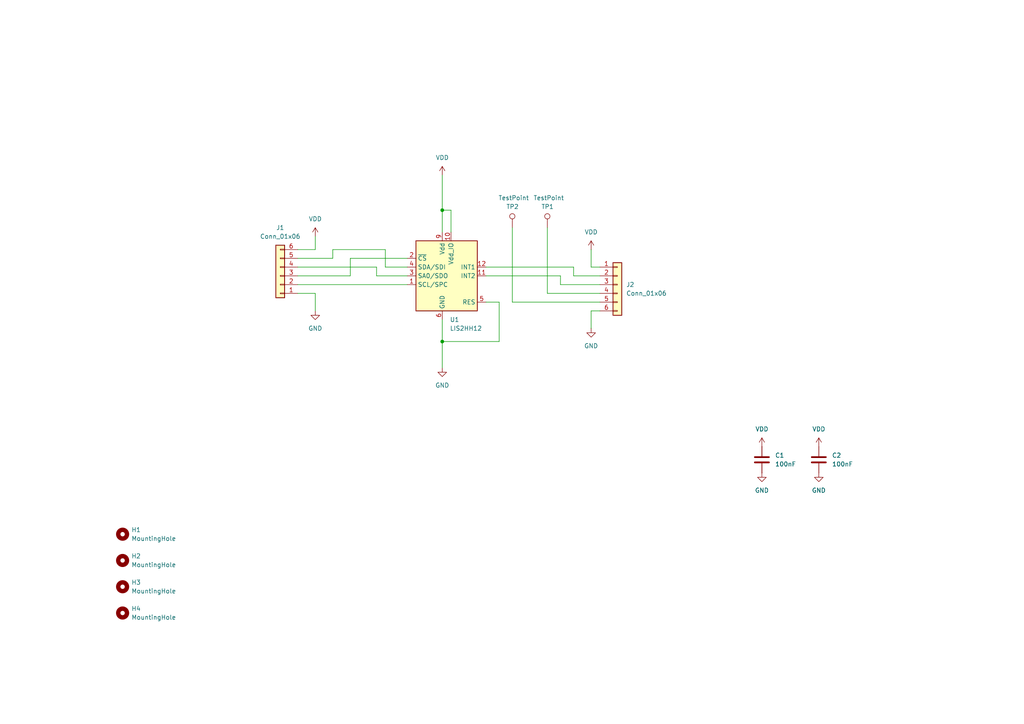
<source format=kicad_sch>
(kicad_sch (version 20231120) (generator "eeschema") (generator_version "8.0")
  (paper "A4")
  (lib_symbols
    (symbol "Connector:TestPoint" (pin_numbers hide) (pin_names (offset 0.762) hide)
      (property "Reference" "TP" (at 0 6.858 0))
      (property "Value" "TestPoint" (at 0 5.08 0))
      (symbol "TestPoint_0_1"
        (circle (center 0 3.302) (radius 0.762))
      )
      (symbol "TestPoint_1_1"
        (pin passive line (at 0 0 90) (length 2.54) (name "1") (number "1"))
      )
    )
    (symbol "Connector_Generic:Conn_01x06" (pin_names (offset 1.016) hide)
      (property "Reference" "J" (at 0 7.62 0))
      (property "Value" "Conn_01x06" (at 0 -10.16 0))
      (symbol "Conn_01x06_1_1"
        (rectangle (start -1.27 -7.493) (end 0 -7.747) (stroke (width 0.1524)))
        (rectangle (start -1.27 -4.953) (end 0 -5.207) (stroke (width 0.1524)))
        (rectangle (start -1.27 -2.413) (end 0 -2.667) (stroke (width 0.1524)))
        (rectangle (start -1.27 0.127) (end 0 -0.127) (stroke (width 0.1524)))
        (rectangle (start -1.27 2.667) (end 0 2.413) (stroke (width 0.1524)))
        (rectangle (start -1.27 5.207) (end 0 4.953) (stroke (width 0.1524)))
        (rectangle (start -1.27 6.35) (end 1.27 -8.89) (stroke (width 0.254)) (fill (type background)))
        (pin passive line (at -5.08 5.08 0) (length 3.81) (name "Pin_1") (number "1"))
        (pin passive line (at -5.08 2.54 0) (length 3.81) (name "Pin_2") (number "2"))
        (pin passive line (at -5.08 0 0) (length 3.81) (name "Pin_3") (number "3"))
        (pin passive line (at -5.08 -2.54 0) (length 3.81) (name "Pin_4") (number "4"))
        (pin passive line (at -5.08 -5.08 0) (length 3.81) (name "Pin_5") (number "5"))
        (pin passive line (at -5.08 -7.62 0) (length 3.81) (name "Pin_6") (number "6"))
      )
    )
    (symbol "Device:C" (pin_numbers hide) (pin_names (offset 0.254))
      (property "Reference" "C" (at 0.635 2.54 0))
      (property "Value" "C" (at 0.635 -2.54 0))
      (symbol "C_0_1"
        (polyline (pts (xy -2.032 -0.762) (xy 2.032 -0.762)) (stroke (width 0.508)))
        (polyline (pts (xy -2.032 0.762) (xy 2.032 0.762)) (stroke (width 0.508)))
      )
      (symbol "C_1_1"
        (pin passive line (at 0 3.81 270) (length 2.794) (name "~") (number "1"))
        (pin passive line (at 0 -3.81 90) (length 2.794) (name "~") (number "2"))
      )
    )
    (symbol "Mechanical:MountingHole" (pin_names (offset 1.016)) (exclude_from_sim yes) (in_bom no)
      (property "Reference" "H" (at 0 5.08 0))
      (property "Value" "MountingHole" (at 0 3.175 0))
      (symbol "MountingHole_0_1"
        (circle (center 0 0) (radius 1.27) (stroke (width 1.27)))
      )
    )
    (symbol "Sensor_Motion:LIS2HH12"
      (property "Reference" "U" (at -5.08 11.43 0))
      (property "Value" "LIS2HH12" (at 3.81 11.43 0))
      (symbol "LIS2HH12_0_1"
        (rectangle (start -7.62 10.16) (end 10.16 -10.16) (stroke (width 0.254)) (fill (type background)))
      )
      (symbol "LIS2HH12_1_1"
        (pin input line (at -10.16 -2.54 0) (length 2.54) (name "SCL/SPC") (number "1"))
        (pin power_in line (at 2.54 12.7 270) (length 2.54) (name "Vdd_IO") (number "10"))
        (pin output line (at 12.7 0 180) (length 2.54) (name "INT2") (number "11"))
        (pin output line (at 12.7 2.54 180) (length 2.54) (name "INT1") (number "12"))
        (pin input line (at -10.16 5.08 0) (length 2.54) (name "~{CS}") (number "2"))
        (pin bidirectional line (at -10.16 0 0) (length 2.54) (name "SA0/SDO") (number "3"))
        (pin bidirectional line (at -10.16 2.54 0) (length 2.54) (name "SDA/SDI") (number "4"))
        (pin passive line (at 12.7 -7.62 180) (length 2.54) (name "RES") (number "5"))
        (pin power_in line (at 0 -12.7 90) (length 2.54) (name "GND") (number "6"))
        (pin passive line (at 0 -12.7 90) (length 2.54) hide (name "GND") (number "7"))
        (pin passive line (at 0 -12.7 90) (length 2.54) hide (name "GND") (number "8"))
        (pin power_in line (at 0 12.7 270) (length 2.54) (name "Vdd") (number "9"))
      )
    )
    (symbol "power:GND" (power) (pin_numbers hide) (pin_names (offset 0) hide)
      (property "Value" "GND" (at 0 -3.81 0))
      (symbol "GND_0_1"
        (polyline (pts (xy 0 0) (xy 0 -1.27) (xy 1.27 -1.27) (xy 0 -2.54) (xy -1.27 -1.27) (xy 0 -1.27)))
      )
      (symbol "GND_1_1"
        (pin power_in line (at 0 0 270) (length 0) (name "~") (number "1"))
      )
    )
    (symbol "power:VDD" (power) (pin_numbers hide) (pin_names (offset 0) hide)
      (property "Value" "VDD" (at 0 3.556 0))
      (symbol "VDD_0_1"
        (polyline (pts (xy -0.762 1.27) (xy 0 2.54)))
        (polyline (pts (xy 0 0) (xy 0 2.54)))
        (polyline (pts (xy 0 2.54) (xy 0.762 1.27)))
      )
      (symbol "VDD_1_1"
        (pin power_in line (at 0 0 90) (length 0) (name "~") (number "1"))
      )
    )
  )
  (junction (at 128.27 99.06))
  (junction (at 128.27 60.96))
  (wire (pts (xy 130.81 67.31) (xy 130.81 60.96)))
  (wire (pts (xy 101.6 80.01) (xy 101.6 74.93)))
  (wire (pts (xy 171.45 77.47) (xy 173.99 77.47)))
  (wire (pts (xy 86.36 85.09) (xy 91.44 85.09)))
  (wire (pts (xy 158.75 85.09) (xy 173.99 85.09)))
  (wire (pts (xy 148.59 87.63) (xy 173.99 87.63)))
  (wire (pts (xy 111.76 72.39) (xy 96.52 72.39)))
  (wire (pts (xy 171.45 90.17) (xy 173.99 90.17)))
  (wire (pts (xy 111.76 77.47) (xy 111.76 72.39)))
  (wire (pts (xy 144.78 87.63) (xy 144.78 99.06)))
  (wire (pts (xy 162.56 82.55) (xy 162.56 80.01)))
  (wire (pts (xy 128.27 60.96) (xy 128.27 67.31)))
  (wire (pts (xy 109.22 77.47) (xy 86.36 77.47)))
  (wire (pts (xy 86.36 72.39) (xy 91.44 72.39)))
  (wire (pts (xy 173.99 82.55) (xy 162.56 82.55)))
  (wire (pts (xy 86.36 80.01) (xy 101.6 80.01)))
  (wire (pts (xy 109.22 80.01) (xy 109.22 77.47)))
  (wire (pts (xy 144.78 99.06) (xy 128.27 99.06)))
  (wire (pts (xy 171.45 90.17) (xy 171.45 95.25)))
  (wire (pts (xy 166.37 77.47) (xy 140.97 77.47)))
  (wire (pts (xy 118.11 77.47) (xy 111.76 77.47)))
  (wire (pts (xy 128.27 50.8) (xy 128.27 60.96)))
  (wire (pts (xy 91.44 72.39) (xy 91.44 68.58)))
  (wire (pts (xy 128.27 99.06) (xy 128.27 106.68)))
  (wire (pts (xy 173.99 80.01) (xy 166.37 80.01)))
  (wire (pts (xy 140.97 87.63) (xy 144.78 87.63)))
  (wire (pts (xy 118.11 80.01) (xy 109.22 80.01)))
  (wire (pts (xy 162.56 80.01) (xy 140.97 80.01)))
  (wire (pts (xy 128.27 92.71) (xy 128.27 99.06)))
  (wire (pts (xy 158.75 66.04) (xy 158.75 85.09)))
  (wire (pts (xy 148.59 66.04) (xy 148.59 87.63)))
  (wire (pts (xy 171.45 72.39) (xy 171.45 77.47)))
  (wire (pts (xy 130.81 60.96) (xy 128.27 60.96)))
  (wire (pts (xy 96.52 72.39) (xy 96.52 74.93)))
  (wire (pts (xy 91.44 85.09) (xy 91.44 90.17)))
  (wire (pts (xy 166.37 80.01) (xy 166.37 77.47)))
  (wire (pts (xy 101.6 74.93) (xy 118.11 74.93)))
  (wire (pts (xy 96.52 74.93) (xy 86.36 74.93)))
  (wire (pts (xy 86.36 82.55) (xy 118.11 82.55)))
  (symbol (lib_id "power:VDD") (at 128.27 50.8 0) (unit 1)
    (property "Reference" "#PWR03" (effects (hide yes)))
    (property "Value" "VDD" (at 128.27 45.72 0))
    (property "Description" "Power symbol creates a global label with name \"VDD\"" (effects (hide yes)))
  )
  (symbol (lib_id "power:GND") (at 220.98 137.16 0) (unit 1)
    (property "Reference" "#PWR05" (effects (hide yes)))
    (property "Value" "GND" (at 220.98 142.24 0))
    (property "Description" "Power symbol creates a global label with name \"GND\" , ground" (effects (hide yes)))
  )
  (symbol (lib_id "power:GND") (at 171.45 95.25 0) (unit 1)
    (property "Reference" "#PWR09" (effects (hide yes)))
    (property "Value" "GND" (at 171.45 100.33 0))
    (property "Description" "Power symbol creates a global label with name \"GND\" , ground" (effects (hide yes)))
  )
  (symbol (lib_id "Connector:TestPoint") (at 148.59 66.04 0) (unit 1)
    (property "Reference" "TP2" (at 146.812 59.944 0) (effects (justify left)))
    (property "Value" "TestPoint" (at 144.526 57.404 0) (effects (justify left)))
    (property "Footprint" "TestPoint:TestPoint_Pad_D2.0mm" (effects (hide yes)))
    (property "Description" "test point" (effects (hide yes)))
  )
  (symbol (lib_id "Sensor_Motion:LIS2HH12") (at 128.27 80.01 0) (unit 1)
    (property "Reference" "U1" (at 130.4641 92.71 0) (effects (justify left)))
    (property "Value" "LIS2HH12" (at 130.4641 95.25 0) (effects (justify left)))
    (property "Footprint" "Package_LGA:LGA-12_2x2mm_P0.5mm" (effects (hide yes)))
    (property "Datasheet" "www.st.com/resource/en/datasheet/lis2hh12.pdf" (effects (hide yes)))
    (property "Description" "3-Axis Accelerometer, 2/4/8g range, I2C/SPI interface" (effects (hide yes)))
  )
  (symbol (lib_id "Mechanical:MountingHole") (at 35.56 154.94 0) (unit 1) (exclude_from_sim yes) (in_bom no)
    (property "Reference" "H1" (at 38.1 153.6699 0) (effects (justify left)))
    (property "Value" "MountingHole" (at 38.1 156.2099 0) (effects (justify left)))
    (property "Footprint" "MountingHole:MountingHole_3.2mm_M3_DIN965" (effects (hide yes)))
    (property "Description" "Mounting Hole without connection" (effects (hide yes)))
  )
  (symbol (lib_id "power:GND") (at 237.49 137.16 0) (unit 1)
    (property "Reference" "#PWR06" (effects (hide yes)))
    (property "Value" "GND" (at 237.49 142.24 0))
    (property "Description" "Power symbol creates a global label with name \"GND\" , ground" (effects (hide yes)))
  )
  (symbol (lib_id "Mechanical:MountingHole") (at 35.56 177.8 0) (unit 1) (exclude_from_sim yes) (in_bom no)
    (property "Reference" "H4" (at 38.1 176.5299 0) (effects (justify left)))
    (property "Value" "MountingHole" (at 38.1 179.0699 0) (effects (justify left)))
    (property "Footprint" "MountingHole:MountingHole_3.2mm_M3_DIN965" (effects (hide yes)))
    (property "Description" "Mounting Hole without connection" (effects (hide yes)))
  )
  (symbol (lib_id "Connector:TestPoint") (at 158.75 66.04 0) (unit 1)
    (property "Reference" "TP1" (at 156.972 59.944 0) (effects (justify left)))
    (property "Value" "TestPoint" (at 154.686 57.404 0) (effects (justify left)))
    (property "Footprint" "TestPoint:TestPoint_Pad_D2.0mm" (effects (hide yes)))
    (property "Description" "test point" (effects (hide yes)))
  )
  (symbol (lib_id "Device:C") (at 220.98 133.35 0) (unit 1)
    (property "Reference" "C1" (at 224.79 132.0799 0) (effects (justify left)))
    (property "Value" "100nF" (at 224.79 134.6199 0) (effects (justify left)))
    (property "Footprint" "PCM_Capacitor_SMD_AKL:C_0603_1608Metric" (effects (hide yes)))
    (property "Description" "Unpolarized capacitor" (effects (hide yes)))
  )
  (symbol (lib_id "Mechanical:MountingHole") (at 35.56 170.18 0) (unit 1) (exclude_from_sim yes) (in_bom no)
    (property "Reference" "H3" (at 38.1 168.9099 0) (effects (justify left)))
    (property "Value" "MountingHole" (at 38.1 171.4499 0) (effects (justify left)))
    (property "Footprint" "MountingHole:MountingHole_3.2mm_M3_DIN965" (effects (hide yes)))
    (property "Description" "Mounting Hole without connection" (effects (hide yes)))
  )
  (symbol (lib_id "Device:C") (at 237.49 133.35 0) (unit 1)
    (property "Reference" "C2" (at 241.3 132.0799 0) (effects (justify left)))
    (property "Value" "100nF" (at 241.3 134.6199 0) (effects (justify left)))
    (property "Footprint" "PCM_Capacitor_SMD_AKL:C_0603_1608Metric" (effects (hide yes)))
    (property "Description" "Unpolarized capacitor" (effects (hide yes)))
  )
  (symbol (lib_id "power:VDD") (at 171.45 72.39 0) (unit 1)
    (property "Reference" "#PWR010" (effects (hide yes)))
    (property "Value" "VDD" (at 171.45 67.31 0))
    (property "Description" "Power symbol creates a global label with name \"VDD\"" (effects (hide yes)))
  )
  (symbol (lib_id "Connector_Generic:Conn_01x06") (at 81.28 80.01 180) (unit 1)
    (property "Reference" "J1" (at 81.28 66.04 0))
    (property "Value" "Conn_01x06" (at 81.28 68.58 0))
    (property "Footprint" "Connector_PinHeader_2.54mm:PinHeader_1x06_P2.54mm_Vertical" (effects (hide yes)))
    (property "Description" "Generic connector, single row, 01x06, script generated (kicad-library-utils/schlib/autogen/connector/)" (effects (hide yes)))
  )
  (symbol (lib_id "Connector_Generic:Conn_01x06") (at 179.07 82.55 0) (unit 1)
    (property "Reference" "J2" (at 181.61 82.5499 0) (effects (justify left)))
    (property "Value" "Conn_01x06" (at 181.61 85.0899 0) (effects (justify left)))
    (property "Footprint" "Connector_PinHeader_2.54mm:PinHeader_1x06_P2.54mm_Vertical" (effects (hide yes)))
    (property "Description" "Generic connector, single row, 01x06, script generated (kicad-library-utils/schlib/autogen/connector/)" (effects (hide yes)))
  )
  (symbol (lib_id "power:VDD") (at 237.49 129.54 0) (unit 1)
    (property "Reference" "#PWR04" (effects (hide yes)))
    (property "Value" "VDD" (at 237.49 124.46 0))
    (property "Description" "Power symbol creates a global label with name \"VDD\"" (effects (hide yes)))
  )
  (symbol (lib_id "power:GND") (at 128.27 106.68 0) (unit 1)
    (property "Reference" "#PWR01" (effects (hide yes)))
    (property "Value" "GND" (at 128.27 111.76 0))
    (property "Description" "Power symbol creates a global label with name \"GND\" , ground" (effects (hide yes)))
  )
  (symbol (lib_id "power:VDD") (at 91.44 68.58 0) (unit 1)
    (property "Reference" "#PWR07" (effects (hide yes)))
    (property "Value" "VDD" (at 91.44 63.5 0))
    (property "Description" "Power symbol creates a global label with name \"VDD\"" (effects (hide yes)))
  )
  (symbol (lib_id "Mechanical:MountingHole") (at 35.56 162.56 0) (unit 1) (exclude_from_sim yes) (in_bom no)
    (property "Reference" "H2" (at 38.1 161.2899 0) (effects (justify left)))
    (property "Value" "MountingHole" (at 38.1 163.8299 0) (effects (justify left)))
    (property "Footprint" "MountingHole:MountingHole_3.2mm_M3_DIN965" (effects (hide yes)))
    (property "Description" "Mounting Hole without connection" (effects (hide yes)))
  )
  (symbol (lib_id "power:VDD") (at 220.98 129.54 0) (unit 1)
    (property "Reference" "#PWR02" (effects (hide yes)))
    (property "Value" "VDD" (at 220.98 124.46 0))
    (property "Description" "Power symbol creates a global label with name \"VDD\"" (effects (hide yes)))
  )
  (symbol (lib_id "power:GND") (at 91.44 90.17 0) (unit 1)
    (property "Reference" "#PWR08" (effects (hide yes)))
    (property "Value" "GND" (at 91.44 95.25 0))
    (property "Description" "Power symbol creates a global label with name \"GND\" , ground" (effects (hide yes)))
  )
)
</source>
